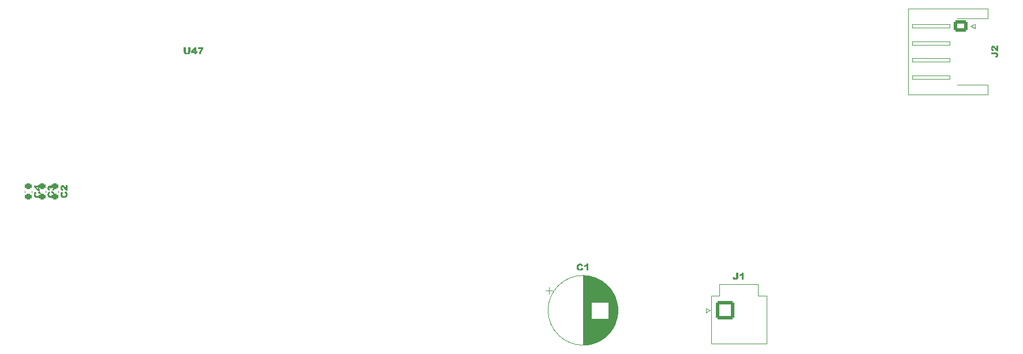
<source format=gbr>
%TF.GenerationSoftware,KiCad,Pcbnew,8.0.3*%
%TF.CreationDate,2024-10-15T17:05:12+09:00*%
%TF.ProjectId,Line-20240325,4c696e65-2d32-4303-9234-303332352e6b,rev?*%
%TF.SameCoordinates,Original*%
%TF.FileFunction,Legend,Top*%
%TF.FilePolarity,Positive*%
%FSLAX46Y46*%
G04 Gerber Fmt 4.6, Leading zero omitted, Abs format (unit mm)*
G04 Created by KiCad (PCBNEW 8.0.3) date 2024-10-15 17:05:12*
%MOMM*%
%LPD*%
G01*
G04 APERTURE LIST*
G04 Aperture macros list*
%AMRoundRect*
0 Rectangle with rounded corners*
0 $1 Rounding radius*
0 $2 $3 $4 $5 $6 $7 $8 $9 X,Y pos of 4 corners*
0 Add a 4 corners polygon primitive as box body*
4,1,4,$2,$3,$4,$5,$6,$7,$8,$9,$2,$3,0*
0 Add four circle primitives for the rounded corners*
1,1,$1+$1,$2,$3*
1,1,$1+$1,$4,$5*
1,1,$1+$1,$6,$7*
1,1,$1+$1,$8,$9*
0 Add four rect primitives between the rounded corners*
20,1,$1+$1,$2,$3,$4,$5,0*
20,1,$1+$1,$4,$5,$6,$7,0*
20,1,$1+$1,$6,$7,$8,$9,0*
20,1,$1+$1,$8,$9,$2,$3,0*%
%AMHorizOval*
0 Thick line with rounded ends*
0 $1 width*
0 $2 $3 position (X,Y) of the first rounded end (center of the circle)*
0 $4 $5 position (X,Y) of the second rounded end (center of the circle)*
0 Add line between two ends*
20,1,$1,$2,$3,$4,$5,0*
0 Add two circle primitives to create the rounded ends*
1,1,$1,$2,$3*
1,1,$1,$4,$5*%
%AMRotRect*
0 Rectangle, with rotation*
0 The origin of the aperture is its center*
0 $1 length*
0 $2 width*
0 $3 Rotation angle, in degrees counterclockwise*
0 Add horizontal line*
21,1,$1,$2,0,0,$3*%
G04 Aperture macros list end*
%ADD10C,0.150000*%
%ADD11C,0.100000*%
%ADD12C,0.120000*%
%ADD13R,2.000000X2.000000*%
%ADD14C,2.000000*%
%ADD15RoundRect,0.250001X-1.099999X-1.099999X1.099999X-1.099999X1.099999X1.099999X-1.099999X1.099999X0*%
%ADD16C,2.700000*%
%ADD17RoundRect,0.225000X-0.250000X0.225000X-0.250000X-0.225000X0.250000X-0.225000X0.250000X0.225000X0*%
%ADD18RoundRect,0.250000X-0.725000X0.600000X-0.725000X-0.600000X0.725000X-0.600000X0.725000X0.600000X0*%
%ADD19O,1.950000X1.700000*%
%ADD20C,1.800000*%
%ADD21O,1.800000X1.800000*%
%ADD22R,1.800000X1.800000*%
%ADD23RotRect,1.800000X1.800000X135.000000*%
%ADD24RotRect,1.400000X1.400000X186.923077*%
%ADD25C,1.400000*%
%ADD26RotRect,1.400000X1.400000X112.500000*%
%ADD27RotRect,1.400000X1.400000X34.615384*%
%ADD28RotRect,1.400000X1.400000X103.846154*%
%ADD29RotRect,1.400000X1.400000X173.076923*%
%ADD30RotRect,1.600000X1.600000X159.230769*%
%ADD31HorizOval,1.600000X0.000000X0.000000X0.000000X0.000000X0*%
%ADD32RotRect,1.800000X1.800000X76.153845*%
%ADD33RotRect,1.800000X1.800000X339.230768*%
%ADD34RotRect,1.800000X1.800000X325.384615*%
%ADD35RotRect,1.400000X1.400000X277.500000*%
%ADD36RotRect,1.800000X1.800000X195.000000*%
%ADD37RotRect,1.400000X1.400000X345.000000*%
%ADD38RotRect,1.800000X1.800000X285.000000*%
%ADD39RotRect,1.400000X1.400000X187.500000*%
%ADD40R,1.600000X1.600000*%
%ADD41O,1.600000X1.600000*%
%ADD42RotRect,1.400000X1.400000X325.384615*%
%ADD43RotRect,1.400000X1.400000X159.230769*%
%ADD44RotRect,1.400000X1.400000X195.000000*%
%ADD45RotRect,1.400000X1.400000X353.076922*%
%ADD46RotRect,1.800000X1.800000X186.923077*%
%ADD47RotRect,1.400000X1.400000X339.230768*%
%ADD48RotRect,1.800000X1.800000X67.500000*%
%ADD49RotRect,1.800000X1.800000X352.500000*%
%ADD50RotRect,1.800000X1.800000X297.692307*%
%ADD51RotRect,1.400000X1.400000X62.307691*%
%ADD52RotRect,1.800000X1.800000X311.538461*%
%ADD53RotRect,1.800000X1.800000X200.769230*%
%ADD54RotRect,1.800000X1.800000X112.500000*%
%ADD55R,1.400000X1.400000*%
%ADD56RotRect,1.400000X1.400000X172.500000*%
%ADD57RotRect,1.800000X1.800000X173.076923*%
%ADD58RotRect,1.400000X1.400000X256.153846*%
%ADD59RotRect,1.800000X1.800000X159.230769*%
%ADD60RotRect,1.800000X1.800000X20.769230*%
%ADD61RotRect,1.400000X1.400000X311.538461*%
%ADD62RotRect,1.400000X1.400000X228.461538*%
%ADD63RotRect,1.400000X1.400000X67.500000*%
%ADD64RotRect,1.800000X1.800000X7.500000*%
%ADD65RotRect,1.800000X1.800000X15.000000*%
%ADD66RotRect,1.800000X1.800000X45.000000*%
%ADD67RotRect,1.400000X1.400000X76.153845*%
%ADD68RotRect,1.400000X1.400000X283.846153*%
%ADD69RotRect,1.400000X1.400000X165.000000*%
%ADD70C,1.500000*%
%ADD71RotRect,1.400000X1.400000X131.538461*%
%ADD72RotRect,1.800000X1.800000X262.500000*%
%ADD73RotRect,1.800000X1.800000X48.461537*%
%ADD74RotRect,1.400000X1.400000X20.769230*%
%ADD75RotRect,1.800000X1.800000X145.384615*%
%ADD76RotRect,1.600000X1.600000X256.153846*%
%ADD77HorizOval,1.600000X0.000000X0.000000X0.000000X0.000000X0*%
%ADD78RotRect,1.400000X1.400000X6.923076*%
%ADD79RotRect,1.800000X1.800000X172.500000*%
%ADD80RotRect,1.400000X1.400000X297.692307*%
%ADD81RotRect,1.400000X1.400000X255.000000*%
%ADD82RotRect,1.800000X1.800000X255.000000*%
%ADD83RotRect,1.400000X1.400000X117.692308*%
%ADD84RotRect,1.600000X1.600000X339.230769*%
%ADD85HorizOval,1.600000X0.000000X0.000000X0.000000X0.000000X0*%
%ADD86RotRect,1.800000X1.800000X283.846153*%
%ADD87RotRect,1.800000X1.800000X214.615384*%
%ADD88RotRect,1.800000X1.800000X242.307692*%
%ADD89RotRect,1.600000X1.600000X20.769231*%
%ADD90HorizOval,1.600000X0.000000X0.000000X0.000000X0.000000X0*%
%ADD91RotRect,1.400000X1.400000X214.615384*%
%ADD92RotRect,1.400000X1.400000X269.999999*%
%ADD93RotRect,1.400000X1.400000X135.000000*%
%ADD94RotRect,1.800000X1.800000X62.307691*%
%ADD95RotRect,1.400000X1.400000X15.000000*%
%ADD96RotRect,1.800000X1.800000X103.846154*%
%ADD97RotRect,1.400000X1.400000X7.500000*%
%ADD98RotRect,1.400000X1.400000X48.461537*%
%ADD99RotRect,1.400000X1.400000X45.000000*%
%ADD100RotRect,1.800000X1.800000X187.500000*%
%ADD101RotRect,1.400000X1.400000X285.000000*%
%ADD102RotRect,1.400000X1.400000X145.384615*%
%ADD103RotRect,1.600000X1.600000X283.846154*%
%ADD104HorizOval,1.600000X0.000000X0.000000X0.000000X0.000000X0*%
%ADD105RotRect,1.800000X1.800000X228.461538*%
%ADD106RotRect,1.800000X1.800000X269.999999*%
%ADD107RotRect,1.800000X1.800000X6.923076*%
%ADD108RotRect,1.800000X1.800000X34.615384*%
%ADD109RotRect,1.600000X1.600000X200.769231*%
%ADD110HorizOval,1.600000X0.000000X0.000000X0.000000X0.000000X0*%
%ADD111RotRect,1.400000X1.400000X352.500000*%
%ADD112RotRect,1.800000X1.800000X256.153846*%
%ADD113RotRect,1.800000X1.800000X353.076922*%
%ADD114RotRect,1.400000X1.400000X200.769230*%
%ADD115RotRect,1.400000X1.400000X262.500000*%
%ADD116RotRect,1.800000X1.800000X277.500000*%
%ADD117RotRect,1.800000X1.800000X117.692308*%
%ADD118RotRect,1.800000X1.800000X131.538461*%
%ADD119RotRect,1.800000X1.800000X165.000000*%
%ADD120RotRect,1.400000X1.400000X242.307692*%
%ADD121RotRect,1.800000X1.800000X345.000000*%
G04 APERTURE END LIST*
D10*
G36*
X-11604835Y-31758579D02*
G01*
X-11332260Y-31837470D01*
X-11345748Y-31885370D01*
X-11364883Y-31935733D01*
X-11387986Y-31981426D01*
X-11415059Y-32022447D01*
X-11418722Y-32027247D01*
X-11454230Y-32067037D01*
X-11494259Y-32100954D01*
X-11538809Y-32128998D01*
X-11565512Y-32142041D01*
X-11612224Y-32158924D01*
X-11664919Y-32170983D01*
X-11715936Y-32177578D01*
X-11771535Y-32180480D01*
X-11788262Y-32180631D01*
X-11838086Y-32179480D01*
X-11894002Y-32175061D01*
X-11945694Y-32167327D01*
X-12000661Y-32154115D01*
X-12049879Y-32136392D01*
X-12056440Y-32133492D01*
X-12100605Y-32109338D01*
X-12142059Y-32078334D01*
X-12180801Y-32040482D01*
X-12211850Y-32002586D01*
X-12236203Y-31967163D01*
X-12261852Y-31920131D01*
X-12282193Y-31868428D01*
X-12297229Y-31812053D01*
X-12305704Y-31761507D01*
X-12310495Y-31707716D01*
X-12311674Y-31662348D01*
X-12309598Y-31602283D01*
X-12303370Y-31545798D01*
X-12292990Y-31492893D01*
X-12278457Y-31443567D01*
X-12259773Y-31397821D01*
X-12230578Y-31345673D01*
X-12194896Y-31299118D01*
X-12178806Y-31282062D01*
X-12134590Y-31243714D01*
X-12084982Y-31211866D01*
X-12029985Y-31186517D01*
X-11982106Y-31170918D01*
X-11930777Y-31159479D01*
X-11875997Y-31152199D01*
X-11817768Y-31149079D01*
X-11802672Y-31148949D01*
X-11745206Y-31150834D01*
X-11691723Y-31156486D01*
X-11642223Y-31165908D01*
X-11588081Y-31182188D01*
X-11539676Y-31203895D01*
X-11503719Y-31226130D01*
X-11464836Y-31257984D01*
X-11429885Y-31295659D01*
X-11398867Y-31339156D01*
X-11371782Y-31388475D01*
X-11352215Y-31434021D01*
X-11341786Y-31463290D01*
X-11616559Y-31524106D01*
X-11634188Y-31478480D01*
X-11646845Y-31457184D01*
X-11682012Y-31420897D01*
X-11710837Y-31402718D01*
X-11758689Y-31386607D01*
X-11795101Y-31383422D01*
X-11844896Y-31388628D01*
X-11893543Y-31406928D01*
X-11934386Y-31438405D01*
X-11957278Y-31466709D01*
X-11979689Y-31512223D01*
X-11992762Y-31564973D01*
X-11998282Y-31613721D01*
X-11999776Y-31660882D01*
X-11997990Y-31718633D01*
X-11992632Y-31769154D01*
X-11981866Y-31818958D01*
X-11960880Y-31868531D01*
X-11948974Y-31885341D01*
X-11909169Y-31919966D01*
X-11859610Y-31940219D01*
X-11806092Y-31946158D01*
X-11754490Y-31941483D01*
X-11707592Y-31925541D01*
X-11671025Y-31898286D01*
X-11640308Y-31856086D01*
X-11620115Y-31811578D01*
X-11606142Y-31764261D01*
X-11604835Y-31758579D01*
G37*
G36*
X-10598311Y-31148949D02*
G01*
X-10598311Y-32165000D01*
X-10881388Y-32165000D01*
X-10881388Y-31499682D01*
X-10923854Y-31530980D01*
X-10965461Y-31558319D01*
X-11010237Y-31583819D01*
X-11014256Y-31585900D01*
X-11062257Y-31608251D01*
X-11112556Y-31628019D01*
X-11163249Y-31645362D01*
X-11175212Y-31649159D01*
X-11175212Y-31414685D01*
X-11123881Y-31397097D01*
X-11077050Y-31378221D01*
X-11028099Y-31354570D01*
X-10985273Y-31329167D01*
X-10953440Y-31305997D01*
X-10916132Y-31272277D01*
X-10883098Y-31234862D01*
X-10854338Y-31193753D01*
X-10829853Y-31148949D01*
X-10598311Y-31148949D01*
G37*
G36*
X11089184Y-32514581D02*
G01*
X11400838Y-32514581D01*
X11400838Y-33057288D01*
X11400092Y-33108725D01*
X11397230Y-33165191D01*
X11392221Y-33215921D01*
X11383664Y-33267856D01*
X11370307Y-33317651D01*
X11348227Y-33365653D01*
X11316331Y-33409365D01*
X11279741Y-33444620D01*
X11247209Y-33468838D01*
X11204328Y-33492915D01*
X11156468Y-33511079D01*
X11103629Y-33523329D01*
X11054376Y-33529122D01*
X11010538Y-33530631D01*
X10955798Y-33529206D01*
X10905883Y-33524929D01*
X10853749Y-33516338D01*
X10802210Y-33501767D01*
X10774355Y-33490087D01*
X10730245Y-33464325D01*
X10692163Y-33432651D01*
X10660109Y-33395065D01*
X10644906Y-33371629D01*
X10622171Y-33324748D01*
X10606925Y-33278178D01*
X10596350Y-33226997D01*
X10590928Y-33178433D01*
X10888416Y-33139842D01*
X10891021Y-33189143D01*
X10900140Y-33234120D01*
X10927997Y-33276154D01*
X10937265Y-33283702D01*
X10986021Y-33296146D01*
X10988067Y-33296158D01*
X11035744Y-33285336D01*
X11064759Y-33257812D01*
X11082291Y-33210270D01*
X11088325Y-33160672D01*
X11089184Y-33128363D01*
X11089184Y-32514581D01*
G37*
G36*
X12191696Y-32498949D02*
G01*
X12191696Y-33515000D01*
X11908618Y-33515000D01*
X11908618Y-32849682D01*
X11866153Y-32880980D01*
X11824545Y-32908319D01*
X11779769Y-32933819D01*
X11775750Y-32935900D01*
X11727750Y-32958251D01*
X11677451Y-32978019D01*
X11626757Y-32995362D01*
X11614794Y-32999159D01*
X11614794Y-32764685D01*
X11666125Y-32747097D01*
X11712957Y-32728221D01*
X11761907Y-32704570D01*
X11804733Y-32679167D01*
X11836567Y-32655997D01*
X11873875Y-32622277D01*
X11906909Y-32584862D01*
X11935668Y-32543753D01*
X11960154Y-32498949D01*
X12191696Y-32498949D01*
G37*
G36*
X-89281421Y-20799396D02*
G01*
X-89202530Y-20526821D01*
X-89154630Y-20540309D01*
X-89104267Y-20559444D01*
X-89058574Y-20582547D01*
X-89017553Y-20609620D01*
X-89012753Y-20613283D01*
X-88972963Y-20648791D01*
X-88939046Y-20688820D01*
X-88911002Y-20733370D01*
X-88897959Y-20760073D01*
X-88881076Y-20806785D01*
X-88869017Y-20859480D01*
X-88862422Y-20910497D01*
X-88859520Y-20966096D01*
X-88859369Y-20982823D01*
X-88860520Y-21032647D01*
X-88864939Y-21088563D01*
X-88872673Y-21140255D01*
X-88885885Y-21195222D01*
X-88903608Y-21244440D01*
X-88906508Y-21251001D01*
X-88930662Y-21295166D01*
X-88961666Y-21336620D01*
X-88999518Y-21375362D01*
X-89037414Y-21406411D01*
X-89072837Y-21430764D01*
X-89119869Y-21456413D01*
X-89171572Y-21476754D01*
X-89227947Y-21491790D01*
X-89278493Y-21500265D01*
X-89332284Y-21505056D01*
X-89377652Y-21506235D01*
X-89437717Y-21504159D01*
X-89494202Y-21497931D01*
X-89547107Y-21487551D01*
X-89596433Y-21473018D01*
X-89642179Y-21454334D01*
X-89694327Y-21425139D01*
X-89740882Y-21389457D01*
X-89757938Y-21373367D01*
X-89796286Y-21329151D01*
X-89828134Y-21279543D01*
X-89853483Y-21224546D01*
X-89869082Y-21176667D01*
X-89880521Y-21125338D01*
X-89887801Y-21070558D01*
X-89890921Y-21012329D01*
X-89891051Y-20997233D01*
X-89889166Y-20939767D01*
X-89883514Y-20886284D01*
X-89874092Y-20836784D01*
X-89857812Y-20782642D01*
X-89836105Y-20734237D01*
X-89813870Y-20698280D01*
X-89782016Y-20659397D01*
X-89744341Y-20624446D01*
X-89700844Y-20593428D01*
X-89651525Y-20566343D01*
X-89605979Y-20546776D01*
X-89576710Y-20536347D01*
X-89515894Y-20811120D01*
X-89561520Y-20828749D01*
X-89582816Y-20841406D01*
X-89619103Y-20876573D01*
X-89637282Y-20905398D01*
X-89653393Y-20953250D01*
X-89656578Y-20989662D01*
X-89651372Y-21039457D01*
X-89633072Y-21088104D01*
X-89601595Y-21128947D01*
X-89573291Y-21151839D01*
X-89527777Y-21174250D01*
X-89475027Y-21187323D01*
X-89426279Y-21192843D01*
X-89379118Y-21194337D01*
X-89321367Y-21192551D01*
X-89270846Y-21187193D01*
X-89221042Y-21176427D01*
X-89171469Y-21155441D01*
X-89154659Y-21143535D01*
X-89120034Y-21103730D01*
X-89099781Y-21054171D01*
X-89093842Y-21000653D01*
X-89098517Y-20949051D01*
X-89114459Y-20902153D01*
X-89141714Y-20865586D01*
X-89183914Y-20834869D01*
X-89228422Y-20814676D01*
X-89275739Y-20800703D01*
X-89281421Y-20799396D01*
G37*
G36*
X-89578420Y-20155572D02*
G01*
X-89622384Y-20420087D01*
X-89669055Y-20405584D01*
X-89718079Y-20383260D01*
X-89761259Y-20355115D01*
X-89798595Y-20321150D01*
X-89821686Y-20293325D01*
X-89848714Y-20248564D01*
X-89869103Y-20196347D01*
X-89881296Y-20145654D01*
X-89888612Y-20089483D01*
X-89890983Y-20038489D01*
X-89891051Y-20027833D01*
X-89889310Y-19968833D01*
X-89884086Y-19915176D01*
X-89875380Y-19866862D01*
X-89860336Y-19815937D01*
X-89836447Y-19766249D01*
X-89819732Y-19742558D01*
X-89781889Y-19704089D01*
X-89739437Y-19676612D01*
X-89692374Y-19660126D01*
X-89640702Y-19654630D01*
X-89591437Y-19660556D01*
X-89542711Y-19680191D01*
X-89526396Y-19690534D01*
X-89486818Y-19725513D01*
X-89456604Y-19764494D01*
X-89436515Y-19798245D01*
X-89421756Y-19749584D01*
X-89402565Y-19709096D01*
X-89371423Y-19669539D01*
X-89332708Y-19638491D01*
X-89320255Y-19631183D01*
X-89272016Y-19612149D01*
X-89220442Y-19604019D01*
X-89198867Y-19603339D01*
X-89149555Y-19606991D01*
X-89101365Y-19617945D01*
X-89054295Y-19636202D01*
X-89028629Y-19649501D01*
X-88985835Y-19678537D01*
X-88948954Y-19713987D01*
X-88917984Y-19755851D01*
X-88903333Y-19781881D01*
X-88884099Y-19828516D01*
X-88870360Y-19881959D01*
X-88862847Y-19934307D01*
X-88859755Y-19983325D01*
X-88859369Y-20009271D01*
X-88860494Y-20058710D01*
X-88864650Y-20111245D01*
X-88873148Y-20164501D01*
X-88887490Y-20215766D01*
X-88891365Y-20225914D01*
X-88914401Y-20272783D01*
X-88943209Y-20314166D01*
X-88977790Y-20350063D01*
X-88985398Y-20356584D01*
X-89027249Y-20386175D01*
X-89075253Y-20411138D01*
X-89123718Y-20429649D01*
X-89140981Y-20434986D01*
X-89172000Y-20155572D01*
X-89125140Y-20140723D01*
X-89083662Y-20114917D01*
X-89074058Y-20104526D01*
X-89052137Y-20059360D01*
X-89046947Y-20016110D01*
X-89055480Y-19967577D01*
X-89083393Y-19924919D01*
X-89085782Y-19922565D01*
X-89128054Y-19895567D01*
X-89177675Y-19885282D01*
X-89189585Y-19884951D01*
X-89238406Y-19890917D01*
X-89282417Y-19912627D01*
X-89291923Y-19921099D01*
X-89319217Y-19963475D01*
X-89328280Y-20014959D01*
X-89328315Y-20018796D01*
X-89322209Y-20069648D01*
X-89312684Y-20109410D01*
X-89518825Y-20095000D01*
X-89515894Y-20058608D01*
X-89523404Y-20008233D01*
X-89545936Y-19967017D01*
X-89585485Y-19936223D01*
X-89617010Y-19930136D01*
X-89665336Y-19944394D01*
X-89679781Y-19957736D01*
X-89700673Y-20002580D01*
X-89703472Y-20033207D01*
X-89694662Y-20083112D01*
X-89675629Y-20113807D01*
X-89634448Y-20140921D01*
X-89586957Y-20154121D01*
X-89578420Y-20155572D01*
G37*
G36*
X-87381420Y-20799396D02*
G01*
X-87302529Y-20526821D01*
X-87254629Y-20540309D01*
X-87204266Y-20559444D01*
X-87158573Y-20582547D01*
X-87117552Y-20609620D01*
X-87112752Y-20613283D01*
X-87072962Y-20648791D01*
X-87039045Y-20688820D01*
X-87011001Y-20733370D01*
X-86997958Y-20760073D01*
X-86981075Y-20806785D01*
X-86969016Y-20859480D01*
X-86962421Y-20910497D01*
X-86959519Y-20966096D01*
X-86959368Y-20982823D01*
X-86960519Y-21032647D01*
X-86964938Y-21088563D01*
X-86972672Y-21140255D01*
X-86985884Y-21195222D01*
X-87003607Y-21244440D01*
X-87006507Y-21251001D01*
X-87030661Y-21295166D01*
X-87061665Y-21336620D01*
X-87099517Y-21375362D01*
X-87137413Y-21406411D01*
X-87172836Y-21430764D01*
X-87219868Y-21456413D01*
X-87271571Y-21476754D01*
X-87327946Y-21491790D01*
X-87378492Y-21500265D01*
X-87432283Y-21505056D01*
X-87477651Y-21506235D01*
X-87537716Y-21504159D01*
X-87594201Y-21497931D01*
X-87647106Y-21487551D01*
X-87696432Y-21473018D01*
X-87742178Y-21454334D01*
X-87794326Y-21425139D01*
X-87840881Y-21389457D01*
X-87857937Y-21373367D01*
X-87896285Y-21329151D01*
X-87928133Y-21279543D01*
X-87953482Y-21224546D01*
X-87969081Y-21176667D01*
X-87980520Y-21125338D01*
X-87987800Y-21070558D01*
X-87990920Y-21012329D01*
X-87991050Y-20997233D01*
X-87989165Y-20939767D01*
X-87983513Y-20886284D01*
X-87974091Y-20836784D01*
X-87957811Y-20782642D01*
X-87936104Y-20734237D01*
X-87913869Y-20698280D01*
X-87882015Y-20659397D01*
X-87844340Y-20624446D01*
X-87800843Y-20593428D01*
X-87751524Y-20566343D01*
X-87705978Y-20546776D01*
X-87676709Y-20536347D01*
X-87615893Y-20811120D01*
X-87661519Y-20828749D01*
X-87682815Y-20841406D01*
X-87719102Y-20876573D01*
X-87737281Y-20905398D01*
X-87753392Y-20953250D01*
X-87756577Y-20989662D01*
X-87751371Y-21039457D01*
X-87733071Y-21088104D01*
X-87701594Y-21128947D01*
X-87673290Y-21151839D01*
X-87627776Y-21174250D01*
X-87575026Y-21187323D01*
X-87526278Y-21192843D01*
X-87479117Y-21194337D01*
X-87421366Y-21192551D01*
X-87370845Y-21187193D01*
X-87321041Y-21176427D01*
X-87271468Y-21155441D01*
X-87254658Y-21143535D01*
X-87220033Y-21103730D01*
X-87199780Y-21054171D01*
X-87193841Y-21000653D01*
X-87198516Y-20949051D01*
X-87214458Y-20902153D01*
X-87241713Y-20865586D01*
X-87283913Y-20834869D01*
X-87328421Y-20814676D01*
X-87375738Y-20800703D01*
X-87381420Y-20799396D01*
G37*
G36*
X-86975000Y-19607980D02*
G01*
X-86975000Y-20447442D01*
X-87029318Y-20438333D01*
X-87082210Y-20423614D01*
X-87133676Y-20403284D01*
X-87183716Y-20377345D01*
X-87211671Y-20360004D01*
X-87254590Y-20328027D01*
X-87292258Y-20294505D01*
X-87331655Y-20254735D01*
X-87364418Y-20218419D01*
X-87398288Y-20178104D01*
X-87433264Y-20133789D01*
X-87469347Y-20085475D01*
X-87501524Y-20042438D01*
X-87535201Y-20000130D01*
X-87568593Y-19962196D01*
X-87605635Y-19928182D01*
X-87648296Y-19903463D01*
X-87694050Y-19893744D01*
X-87743262Y-19905713D01*
X-87771475Y-19927694D01*
X-87797347Y-19971451D01*
X-87803471Y-20013179D01*
X-87794801Y-20061966D01*
X-87768789Y-20100862D01*
X-87724911Y-20127806D01*
X-87673116Y-20142329D01*
X-87647156Y-20146535D01*
X-87670359Y-20426926D01*
X-87719481Y-20418351D01*
X-87769524Y-20405345D01*
X-87818049Y-20386626D01*
X-87854274Y-20366354D01*
X-87892613Y-20335370D01*
X-87924894Y-20297374D01*
X-87951117Y-20252366D01*
X-87955635Y-20242523D01*
X-87972754Y-20192591D01*
X-87983268Y-20140033D01*
X-87988836Y-20087734D01*
X-87990911Y-20038217D01*
X-87991050Y-20020750D01*
X-87989882Y-19967730D01*
X-87985568Y-19911691D01*
X-87978074Y-19861916D01*
X-87965618Y-19812701D01*
X-87957833Y-19791162D01*
X-87933766Y-19743177D01*
X-87902783Y-19702109D01*
X-87864882Y-19667958D01*
X-87856472Y-19661957D01*
X-87812108Y-19637099D01*
X-87764499Y-19621447D01*
X-87713647Y-19615003D01*
X-87703087Y-19614819D01*
X-87653010Y-19619088D01*
X-87604169Y-19631897D01*
X-87556565Y-19653246D01*
X-87530652Y-19668796D01*
X-87488490Y-19701296D01*
X-87449945Y-19738774D01*
X-87415678Y-19777614D01*
X-87380278Y-19822654D01*
X-87349912Y-19864923D01*
X-87320351Y-19908035D01*
X-87291618Y-19948710D01*
X-87269556Y-19978008D01*
X-87237299Y-20015269D01*
X-87209473Y-20044930D01*
X-87209473Y-19607980D01*
X-86975000Y-19607980D01*
G37*
G36*
X48514581Y-410815D02*
G01*
X48514581Y-99161D01*
X49057288Y-99161D01*
X49108725Y-99907D01*
X49165191Y-102769D01*
X49215921Y-107778D01*
X49267856Y-116335D01*
X49317651Y-129692D01*
X49365653Y-151772D01*
X49409365Y-183668D01*
X49444620Y-220258D01*
X49468838Y-252790D01*
X49492915Y-295671D01*
X49511079Y-343531D01*
X49523329Y-396370D01*
X49529122Y-445623D01*
X49530631Y-489461D01*
X49529206Y-544201D01*
X49524929Y-594116D01*
X49516338Y-646250D01*
X49501767Y-697789D01*
X49490087Y-725644D01*
X49464325Y-769754D01*
X49432651Y-807836D01*
X49395065Y-839890D01*
X49371629Y-855093D01*
X49324748Y-877828D01*
X49278178Y-893074D01*
X49226997Y-903649D01*
X49178433Y-909071D01*
X49139842Y-611583D01*
X49189143Y-608978D01*
X49234120Y-599859D01*
X49276154Y-572002D01*
X49283702Y-562734D01*
X49296146Y-513978D01*
X49296158Y-511932D01*
X49285336Y-464255D01*
X49257812Y-435240D01*
X49210270Y-417708D01*
X49160672Y-411674D01*
X49128363Y-410815D01*
X48514581Y-410815D01*
G37*
G36*
X49515000Y876588D02*
G01*
X49515000Y37125D01*
X49460681Y46235D01*
X49407789Y60954D01*
X49356323Y81283D01*
X49306283Y107223D01*
X49278328Y124564D01*
X49235409Y156541D01*
X49197741Y190062D01*
X49158344Y229833D01*
X49125581Y266149D01*
X49091711Y306464D01*
X49056735Y350779D01*
X49020652Y399093D01*
X48988475Y442129D01*
X48954798Y484438D01*
X48921406Y522372D01*
X48884364Y556385D01*
X48841703Y581104D01*
X48795949Y590824D01*
X48746737Y578855D01*
X48718524Y556874D01*
X48692652Y513116D01*
X48686528Y471389D01*
X48695198Y422601D01*
X48721210Y383706D01*
X48765088Y356761D01*
X48816883Y342239D01*
X48842843Y338032D01*
X48819640Y57641D01*
X48770518Y66217D01*
X48720475Y79223D01*
X48671950Y97942D01*
X48635725Y118214D01*
X48597386Y149197D01*
X48565105Y187193D01*
X48538882Y232202D01*
X48534364Y242045D01*
X48517245Y291976D01*
X48506731Y344534D01*
X48501163Y396834D01*
X48499088Y446350D01*
X48498949Y463817D01*
X48500117Y516837D01*
X48504431Y572877D01*
X48511925Y622652D01*
X48524381Y671866D01*
X48532166Y693406D01*
X48556233Y741391D01*
X48587216Y782459D01*
X48625117Y816610D01*
X48633527Y822610D01*
X48677891Y847468D01*
X48725500Y863120D01*
X48776352Y869565D01*
X48786912Y869749D01*
X48836989Y865479D01*
X48885830Y852670D01*
X48933434Y831321D01*
X48959347Y815771D01*
X49001509Y783272D01*
X49040054Y745794D01*
X49074321Y706953D01*
X49109721Y661913D01*
X49140087Y619644D01*
X49169648Y576533D01*
X49198381Y535858D01*
X49220443Y506560D01*
X49252700Y469299D01*
X49280526Y439637D01*
X49280526Y876588D01*
X49515000Y876588D01*
G37*
G36*
X-91281420Y-20799395D02*
G01*
X-91202529Y-20526820D01*
X-91154629Y-20540308D01*
X-91104266Y-20559443D01*
X-91058573Y-20582546D01*
X-91017552Y-20609619D01*
X-91012752Y-20613282D01*
X-90972962Y-20648790D01*
X-90939045Y-20688819D01*
X-90911001Y-20733369D01*
X-90897958Y-20760072D01*
X-90881075Y-20806784D01*
X-90869016Y-20859479D01*
X-90862421Y-20910496D01*
X-90859519Y-20966095D01*
X-90859368Y-20982822D01*
X-90860519Y-21032646D01*
X-90864938Y-21088562D01*
X-90872672Y-21140254D01*
X-90885884Y-21195221D01*
X-90903607Y-21244439D01*
X-90906507Y-21251000D01*
X-90930661Y-21295165D01*
X-90961665Y-21336619D01*
X-90999517Y-21375361D01*
X-91037413Y-21406410D01*
X-91072836Y-21430763D01*
X-91119868Y-21456412D01*
X-91171571Y-21476753D01*
X-91227946Y-21491789D01*
X-91278492Y-21500264D01*
X-91332283Y-21505055D01*
X-91377651Y-21506234D01*
X-91437716Y-21504158D01*
X-91494201Y-21497930D01*
X-91547106Y-21487550D01*
X-91596432Y-21473017D01*
X-91642178Y-21454333D01*
X-91694326Y-21425138D01*
X-91740881Y-21389456D01*
X-91757937Y-21373366D01*
X-91796285Y-21329150D01*
X-91828133Y-21279542D01*
X-91853482Y-21224545D01*
X-91869081Y-21176666D01*
X-91880520Y-21125337D01*
X-91887800Y-21070557D01*
X-91890920Y-21012328D01*
X-91891050Y-20997232D01*
X-91889165Y-20939766D01*
X-91883513Y-20886283D01*
X-91874091Y-20836783D01*
X-91857811Y-20782641D01*
X-91836104Y-20734236D01*
X-91813869Y-20698279D01*
X-91782015Y-20659396D01*
X-91744340Y-20624445D01*
X-91700843Y-20593427D01*
X-91651524Y-20566342D01*
X-91605978Y-20546775D01*
X-91576709Y-20536346D01*
X-91515893Y-20811119D01*
X-91561519Y-20828748D01*
X-91582815Y-20841405D01*
X-91619102Y-20876572D01*
X-91637281Y-20905397D01*
X-91653392Y-20953249D01*
X-91656577Y-20989661D01*
X-91651371Y-21039456D01*
X-91633071Y-21088103D01*
X-91601594Y-21128946D01*
X-91573290Y-21151838D01*
X-91527776Y-21174249D01*
X-91475026Y-21187322D01*
X-91426278Y-21192842D01*
X-91379117Y-21194336D01*
X-91321366Y-21192550D01*
X-91270845Y-21187192D01*
X-91221041Y-21176426D01*
X-91171468Y-21155440D01*
X-91154658Y-21143534D01*
X-91120033Y-21103729D01*
X-91099780Y-21054170D01*
X-91093841Y-21000652D01*
X-91098516Y-20949050D01*
X-91114458Y-20902152D01*
X-91141713Y-20865585D01*
X-91183913Y-20834868D01*
X-91228421Y-20814675D01*
X-91275738Y-20800702D01*
X-91281420Y-20799395D01*
G37*
G36*
X-91046946Y-19702257D02*
G01*
X-90875000Y-19702257D01*
X-90875000Y-19946011D01*
X-91046946Y-19946011D01*
X-91046946Y-20455746D01*
X-91279221Y-20455746D01*
X-91891050Y-19946011D01*
X-91596737Y-19946011D01*
X-91281420Y-20215167D01*
X-91281420Y-19946011D01*
X-91596737Y-19946011D01*
X-91891050Y-19946011D01*
X-91891050Y-19702257D01*
X-91281420Y-19702257D01*
X-91281420Y-19575739D01*
X-91046946Y-19575739D01*
X-91046946Y-19702257D01*
G37*
D11*
G36*
X-69258476Y585893D02*
G01*
X-68948044Y585893D01*
X-68948044Y-9326D01*
X-68950246Y-58287D01*
X-68957860Y-110875D01*
X-68970912Y-161556D01*
X-68975887Y-176388D01*
X-68996367Y-223633D01*
X-69023000Y-267063D01*
X-69055786Y-306676D01*
X-69063082Y-314141D01*
X-69100749Y-347495D01*
X-69143505Y-376251D01*
X-69187646Y-396695D01*
X-69235334Y-411334D01*
X-69287541Y-421791D01*
X-69336929Y-427509D01*
X-69389776Y-430025D01*
X-69405511Y-430156D01*
X-69457641Y-428944D01*
X-69507787Y-425738D01*
X-69560557Y-420529D01*
X-69565978Y-419898D01*
X-69617403Y-411531D01*
X-69667578Y-397809D01*
X-69711058Y-379354D01*
X-69753465Y-353067D01*
X-69793124Y-319636D01*
X-69818037Y-293380D01*
X-69847677Y-254523D01*
X-69871782Y-211212D01*
X-69884227Y-178097D01*
X-69898158Y-126236D01*
X-69907531Y-77814D01*
X-69912597Y-28045D01*
X-69913047Y-9326D01*
X-69913047Y585893D01*
X-69602615Y585893D01*
X-69602615Y-22270D01*
X-69597218Y-74141D01*
X-69579020Y-121116D01*
X-69556941Y-149765D01*
X-69513987Y-179495D01*
X-69463961Y-193486D01*
X-69430179Y-195683D01*
X-69379033Y-190344D01*
X-69332585Y-172340D01*
X-69304150Y-150498D01*
X-69274578Y-107537D01*
X-69260662Y-56790D01*
X-69258476Y-22270D01*
X-69258476Y585893D01*
G37*
G36*
X-68069014Y-8104D02*
G01*
X-67942496Y-8104D01*
X-67942496Y-242578D01*
X-68069014Y-242578D01*
X-68069014Y-414525D01*
X-68312768Y-414525D01*
X-68312768Y-242578D01*
X-68822503Y-242578D01*
X-68822503Y-10303D01*
X-68820671Y-8104D01*
X-68581924Y-8104D01*
X-68312768Y-8104D01*
X-68312768Y307212D01*
X-68581924Y-8104D01*
X-68820671Y-8104D01*
X-68312768Y601525D01*
X-68069014Y601525D01*
X-68069014Y-8104D01*
G37*
G36*
X-67855790Y585893D02*
G01*
X-67039042Y585893D01*
X-67039042Y398559D01*
X-67077739Y362189D01*
X-67113963Y324702D01*
X-67147715Y286099D01*
X-67178993Y246380D01*
X-67207798Y205545D01*
X-67216851Y191685D01*
X-67242987Y148720D01*
X-67267359Y104240D01*
X-67289966Y58245D01*
X-67310808Y10736D01*
X-67329884Y-38287D01*
X-67347196Y-88826D01*
X-67353626Y-109465D01*
X-67367637Y-159482D01*
X-67379810Y-212814D01*
X-67390146Y-269460D01*
X-67397355Y-319198D01*
X-67403288Y-371236D01*
X-67407116Y-414525D01*
X-67686041Y-414525D01*
X-67677210Y-354517D01*
X-67667204Y-296983D01*
X-67656022Y-241921D01*
X-67643665Y-189333D01*
X-67630132Y-139217D01*
X-67615424Y-91574D01*
X-67595386Y-35499D01*
X-67582482Y-3708D01*
X-67558338Y48753D01*
X-67530175Y102336D01*
X-67504751Y146010D01*
X-67476754Y190401D01*
X-67446186Y235510D01*
X-67413045Y281336D01*
X-67377332Y327879D01*
X-67358511Y351420D01*
X-67855790Y351420D01*
X-67855790Y585893D01*
G37*
D12*
%TO.C,C1*%
X-16847323Y-35125000D02*
X-15847323Y-35125000D01*
X-16347323Y-34625000D02*
X-16347323Y-35625000D01*
X-11367677Y-32920000D02*
X-11367677Y-43080000D01*
X-11327677Y-32920000D02*
X-11327677Y-43080000D01*
X-11287677Y-32920000D02*
X-11287677Y-43080000D01*
X-11247677Y-32921000D02*
X-11247677Y-43079000D01*
X-11207677Y-32922000D02*
X-11207677Y-43078000D01*
X-11167677Y-32923000D02*
X-11167677Y-43077000D01*
X-11127677Y-32925000D02*
X-11127677Y-43075000D01*
X-11087677Y-32927000D02*
X-11087677Y-43073000D01*
X-11047677Y-32930000D02*
X-11047677Y-43070000D01*
X-11007677Y-32932000D02*
X-11007677Y-43068000D01*
X-10967677Y-32935000D02*
X-10967677Y-43065000D01*
X-10927677Y-32938000D02*
X-10927677Y-43062000D01*
X-10887677Y-32942000D02*
X-10887677Y-43058000D01*
X-10847677Y-32946000D02*
X-10847677Y-43054000D01*
X-10807677Y-32950000D02*
X-10807677Y-43050000D01*
X-10767677Y-32955000D02*
X-10767677Y-43045000D01*
X-10727677Y-32960000D02*
X-10727677Y-43040000D01*
X-10687677Y-32965000D02*
X-10687677Y-43035000D01*
X-10646677Y-32970000D02*
X-10646677Y-43030000D01*
X-10606677Y-32976000D02*
X-10606677Y-43024000D01*
X-10566677Y-32982000D02*
X-10566677Y-43018000D01*
X-10526677Y-32989000D02*
X-10526677Y-43011000D01*
X-10486677Y-32996000D02*
X-10486677Y-43004000D01*
X-10446677Y-33003000D02*
X-10446677Y-42997000D01*
X-10406677Y-33010000D02*
X-10406677Y-42990000D01*
X-10366677Y-33018000D02*
X-10366677Y-42982000D01*
X-10326677Y-33026000D02*
X-10326677Y-42974000D01*
X-10286677Y-33035000D02*
X-10286677Y-42965000D01*
X-10246677Y-33044000D02*
X-10246677Y-42956000D01*
X-10206677Y-33053000D02*
X-10206677Y-42947000D01*
X-10166677Y-33062000D02*
X-10166677Y-42938000D01*
X-10126677Y-33072000D02*
X-10126677Y-42928000D01*
X-10086677Y-33082000D02*
X-10086677Y-36759000D01*
X-10086677Y-39241000D02*
X-10086677Y-42918000D01*
X-10046677Y-33093000D02*
X-10046677Y-36759000D01*
X-10046677Y-39241000D02*
X-10046677Y-42907000D01*
X-10006677Y-33103000D02*
X-10006677Y-36759000D01*
X-10006677Y-39241000D02*
X-10006677Y-42897000D01*
X-9966677Y-33115000D02*
X-9966677Y-36759000D01*
X-9966677Y-39241000D02*
X-9966677Y-42885000D01*
X-9926677Y-33126000D02*
X-9926677Y-36759000D01*
X-9926677Y-39241000D02*
X-9926677Y-42874000D01*
X-9886677Y-33138000D02*
X-9886677Y-36759000D01*
X-9886677Y-39241000D02*
X-9886677Y-42862000D01*
X-9846677Y-33150000D02*
X-9846677Y-36759000D01*
X-9846677Y-39241000D02*
X-9846677Y-42850000D01*
X-9806677Y-33163000D02*
X-9806677Y-36759000D01*
X-9806677Y-39241000D02*
X-9806677Y-42837000D01*
X-9766677Y-33176000D02*
X-9766677Y-36759000D01*
X-9766677Y-39241000D02*
X-9766677Y-42824000D01*
X-9726677Y-33189000D02*
X-9726677Y-36759000D01*
X-9726677Y-39241000D02*
X-9726677Y-42811000D01*
X-9686677Y-33203000D02*
X-9686677Y-36759000D01*
X-9686677Y-39241000D02*
X-9686677Y-42797000D01*
X-9646677Y-33217000D02*
X-9646677Y-36759000D01*
X-9646677Y-39241000D02*
X-9646677Y-42783000D01*
X-9606677Y-33232000D02*
X-9606677Y-36759000D01*
X-9606677Y-39241000D02*
X-9606677Y-42768000D01*
X-9566677Y-33246000D02*
X-9566677Y-36759000D01*
X-9566677Y-39241000D02*
X-9566677Y-42754000D01*
X-9526677Y-33262000D02*
X-9526677Y-36759000D01*
X-9526677Y-39241000D02*
X-9526677Y-42738000D01*
X-9486677Y-33277000D02*
X-9486677Y-36759000D01*
X-9486677Y-39241000D02*
X-9486677Y-42723000D01*
X-9446677Y-33293000D02*
X-9446677Y-36759000D01*
X-9446677Y-39241000D02*
X-9446677Y-42707000D01*
X-9406677Y-33310000D02*
X-9406677Y-36759000D01*
X-9406677Y-39241000D02*
X-9406677Y-42690000D01*
X-9366677Y-33326000D02*
X-9366677Y-36759000D01*
X-9366677Y-39241000D02*
X-9366677Y-42674000D01*
X-9326677Y-33343000D02*
X-9326677Y-36759000D01*
X-9326677Y-39241000D02*
X-9326677Y-42657000D01*
X-9286677Y-33361000D02*
X-9286677Y-36759000D01*
X-9286677Y-39241000D02*
X-9286677Y-42639000D01*
X-9246677Y-33379000D02*
X-9246677Y-36759000D01*
X-9246677Y-39241000D02*
X-9246677Y-42621000D01*
X-9206677Y-33397000D02*
X-9206677Y-36759000D01*
X-9206677Y-39241000D02*
X-9206677Y-42603000D01*
X-9166677Y-33416000D02*
X-9166677Y-36759000D01*
X-9166677Y-39241000D02*
X-9166677Y-42584000D01*
X-9126677Y-33436000D02*
X-9126677Y-36759000D01*
X-9126677Y-39241000D02*
X-9126677Y-42564000D01*
X-9086677Y-33455000D02*
X-9086677Y-36759000D01*
X-9086677Y-39241000D02*
X-9086677Y-42545000D01*
X-9046677Y-33475000D02*
X-9046677Y-36759000D01*
X-9046677Y-39241000D02*
X-9046677Y-42525000D01*
X-9006677Y-33496000D02*
X-9006677Y-36759000D01*
X-9006677Y-39241000D02*
X-9006677Y-42504000D01*
X-8966677Y-33517000D02*
X-8966677Y-36759000D01*
X-8966677Y-39241000D02*
X-8966677Y-42483000D01*
X-8926677Y-33538000D02*
X-8926677Y-36759000D01*
X-8926677Y-39241000D02*
X-8926677Y-42462000D01*
X-8886677Y-33560000D02*
X-8886677Y-36759000D01*
X-8886677Y-39241000D02*
X-8886677Y-42440000D01*
X-8846677Y-33583000D02*
X-8846677Y-36759000D01*
X-8846677Y-39241000D02*
X-8846677Y-42417000D01*
X-8806677Y-33605000D02*
X-8806677Y-36759000D01*
X-8806677Y-39241000D02*
X-8806677Y-42395000D01*
X-8766677Y-33629000D02*
X-8766677Y-36759000D01*
X-8766677Y-39241000D02*
X-8766677Y-42371000D01*
X-8726677Y-33653000D02*
X-8726677Y-36759000D01*
X-8726677Y-39241000D02*
X-8726677Y-42347000D01*
X-8686677Y-33677000D02*
X-8686677Y-36759000D01*
X-8686677Y-39241000D02*
X-8686677Y-42323000D01*
X-8646677Y-33702000D02*
X-8646677Y-36759000D01*
X-8646677Y-39241000D02*
X-8646677Y-42298000D01*
X-8606677Y-33727000D02*
X-8606677Y-36759000D01*
X-8606677Y-39241000D02*
X-8606677Y-42273000D01*
X-8566677Y-33753000D02*
X-8566677Y-36759000D01*
X-8566677Y-39241000D02*
X-8566677Y-42247000D01*
X-8526677Y-33779000D02*
X-8526677Y-36759000D01*
X-8526677Y-39241000D02*
X-8526677Y-42221000D01*
X-8486677Y-33806000D02*
X-8486677Y-36759000D01*
X-8486677Y-39241000D02*
X-8486677Y-42194000D01*
X-8446677Y-33834000D02*
X-8446677Y-36759000D01*
X-8446677Y-39241000D02*
X-8446677Y-42166000D01*
X-8406677Y-33862000D02*
X-8406677Y-36759000D01*
X-8406677Y-39241000D02*
X-8406677Y-42138000D01*
X-8366677Y-33890000D02*
X-8366677Y-36759000D01*
X-8366677Y-39241000D02*
X-8366677Y-42110000D01*
X-8326677Y-33920000D02*
X-8326677Y-36759000D01*
X-8326677Y-39241000D02*
X-8326677Y-42080000D01*
X-8286677Y-33950000D02*
X-8286677Y-36759000D01*
X-8286677Y-39241000D02*
X-8286677Y-42050000D01*
X-8246677Y-33980000D02*
X-8246677Y-36759000D01*
X-8246677Y-39241000D02*
X-8246677Y-42020000D01*
X-8206677Y-34011000D02*
X-8206677Y-36759000D01*
X-8206677Y-39241000D02*
X-8206677Y-41989000D01*
X-8166677Y-34043000D02*
X-8166677Y-36759000D01*
X-8166677Y-39241000D02*
X-8166677Y-41957000D01*
X-8126677Y-34075000D02*
X-8126677Y-36759000D01*
X-8126677Y-39241000D02*
X-8126677Y-41925000D01*
X-8086677Y-34108000D02*
X-8086677Y-36759000D01*
X-8086677Y-39241000D02*
X-8086677Y-41892000D01*
X-8046677Y-34142000D02*
X-8046677Y-36759000D01*
X-8046677Y-39241000D02*
X-8046677Y-41858000D01*
X-8006677Y-34176000D02*
X-8006677Y-36759000D01*
X-8006677Y-39241000D02*
X-8006677Y-41824000D01*
X-7966677Y-34211000D02*
X-7966677Y-36759000D01*
X-7966677Y-39241000D02*
X-7966677Y-41789000D01*
X-7926677Y-34247000D02*
X-7926677Y-36759000D01*
X-7926677Y-39241000D02*
X-7926677Y-41753000D01*
X-7886677Y-34284000D02*
X-7886677Y-36759000D01*
X-7886677Y-39241000D02*
X-7886677Y-41716000D01*
X-7846677Y-34321000D02*
X-7846677Y-36759000D01*
X-7846677Y-39241000D02*
X-7846677Y-41679000D01*
X-7806677Y-34360000D02*
X-7806677Y-36759000D01*
X-7806677Y-39241000D02*
X-7806677Y-41640000D01*
X-7766677Y-34399000D02*
X-7766677Y-36759000D01*
X-7766677Y-39241000D02*
X-7766677Y-41601000D01*
X-7726677Y-34439000D02*
X-7726677Y-36759000D01*
X-7726677Y-39241000D02*
X-7726677Y-41561000D01*
X-7686677Y-34480000D02*
X-7686677Y-36759000D01*
X-7686677Y-39241000D02*
X-7686677Y-41520000D01*
X-7646677Y-34522000D02*
X-7646677Y-36759000D01*
X-7646677Y-39241000D02*
X-7646677Y-41478000D01*
X-7606677Y-34564000D02*
X-7606677Y-41436000D01*
X-7566677Y-34608000D02*
X-7566677Y-41392000D01*
X-7526677Y-34653000D02*
X-7526677Y-41347000D01*
X-7486677Y-34699000D02*
X-7486677Y-41301000D01*
X-7446677Y-34746000D02*
X-7446677Y-41254000D01*
X-7406677Y-34794000D02*
X-7406677Y-41206000D01*
X-7366677Y-34844000D02*
X-7366677Y-41156000D01*
X-7326677Y-34894000D02*
X-7326677Y-41106000D01*
X-7286677Y-34946000D02*
X-7286677Y-41054000D01*
X-7246677Y-35000000D02*
X-7246677Y-41000000D01*
X-7206677Y-35055000D02*
X-7206677Y-40945000D01*
X-7166677Y-35111000D02*
X-7166677Y-40889000D01*
X-7126677Y-35170000D02*
X-7126677Y-40830000D01*
X-7086677Y-35230000D02*
X-7086677Y-40770000D01*
X-7046677Y-35291000D02*
X-7046677Y-40709000D01*
X-7006677Y-35355000D02*
X-7006677Y-40645000D01*
X-6966677Y-35421000D02*
X-6966677Y-40579000D01*
X-6926677Y-35490000D02*
X-6926677Y-40510000D01*
X-6886677Y-35561000D02*
X-6886677Y-40439000D01*
X-6846677Y-35635000D02*
X-6846677Y-40365000D01*
X-6806677Y-35711000D02*
X-6806677Y-40289000D01*
X-6766677Y-35791000D02*
X-6766677Y-40209000D01*
X-6726677Y-35875000D02*
X-6726677Y-40125000D01*
X-6686677Y-35963000D02*
X-6686677Y-40037000D01*
X-6646677Y-36056000D02*
X-6646677Y-39944000D01*
X-6606677Y-36154000D02*
X-6606677Y-39846000D01*
X-6566677Y-36258000D02*
X-6566677Y-39742000D01*
X-6526677Y-36370000D02*
X-6526677Y-39630000D01*
X-6486677Y-36490000D02*
X-6486677Y-39510000D01*
X-6446677Y-36622000D02*
X-6446677Y-39378000D01*
X-6406677Y-36770000D02*
X-6406677Y-39230000D01*
X-6366677Y-36938000D02*
X-6366677Y-39062000D01*
X-6326677Y-37138000D02*
X-6326677Y-38862000D01*
X-6286677Y-37401000D02*
X-6286677Y-38599000D01*
X-6247677Y-38000000D02*
G75*
G02*
X-16487677Y-38000000I-5120000J0D01*
G01*
X-16487677Y-38000000D02*
G75*
G02*
X-6247677Y-38000000I5120000J0D01*
G01*
%TO.C,J1*%
X6660000Y-37700000D02*
X7260000Y-38000000D01*
X6660000Y-38300000D02*
X6660000Y-37700000D01*
X7260000Y-38000000D02*
X6660000Y-38300000D01*
X7460000Y-35890000D02*
X8660000Y-35890000D01*
X7460000Y-42910000D02*
X7460000Y-35890000D01*
X8660000Y-34190000D02*
X14340000Y-34190000D01*
X8660000Y-35890000D02*
X8660000Y-34190000D01*
X14340000Y-34190000D02*
X14340000Y-35890000D01*
X14340000Y-35890000D02*
X15540000Y-35890000D01*
X15540000Y-35890000D02*
X15540000Y-42910000D01*
X15540000Y-42910000D02*
X7460000Y-42910000D01*
%TO.C,C3*%
X-91230001Y-20421657D02*
X-91230001Y-20702818D01*
X-90210001Y-20421658D02*
X-90210001Y-20702819D01*
%TO.C,C2*%
X-89330000Y-20421657D02*
X-89330000Y-20702818D01*
X-88310000Y-20421658D02*
X-88310000Y-20702819D01*
%TO.C,J2*%
X36290000Y6310000D02*
X48010000Y6310000D01*
X36290000Y0D02*
X36290000Y6310000D01*
X36290000Y0D02*
X36290000Y-6310000D01*
X36290000Y-6310000D02*
X48010000Y-6310000D01*
X36900000Y4000000D02*
X36900000Y3500000D01*
X36900000Y3500000D02*
X42400000Y3500000D01*
X36900000Y1500000D02*
X36900000Y1000000D01*
X36900000Y1000000D02*
X42400000Y1000000D01*
X36900000Y-1000000D02*
X36900000Y-1500000D01*
X36900000Y-1500000D02*
X42400000Y-1500000D01*
X36900000Y-3500000D02*
X36900000Y-4000000D01*
X36900000Y-4000000D02*
X42400000Y-4000000D01*
X42400000Y4000000D02*
X36900000Y4000000D01*
X42400000Y3500000D02*
X42400000Y4000000D01*
X42400000Y1500000D02*
X36900000Y1500000D01*
X42400000Y1000000D02*
X42400000Y1500000D01*
X42400000Y-1000000D02*
X36900000Y-1000000D01*
X42400000Y-1500000D02*
X42400000Y-1000000D01*
X42400000Y-3500000D02*
X36900000Y-3500000D01*
X42400000Y-4000000D02*
X42400000Y-3500000D01*
X45500000Y3750000D02*
X46100000Y4050000D01*
X46100000Y4050000D02*
X46100000Y3450000D01*
X46100000Y3450000D02*
X45500000Y3750000D01*
X48010000Y6310000D02*
X48010000Y4890000D01*
X48010000Y4890000D02*
X43510000Y4890000D01*
X48010000Y-4890000D02*
X43510000Y-4890000D01*
X48010000Y-6310000D02*
X48010000Y-4890000D01*
%TO.C,C4*%
X-93230000Y-20421658D02*
X-93230000Y-20702818D01*
X-92210000Y-20421658D02*
X-92210000Y-20702818D01*
%TD*%
%LPC*%
D13*
%TO.C,C1*%
X-13867677Y-38000000D03*
D14*
X-8867677Y-38000000D03*
%TD*%
D15*
%TO.C,J1*%
X9520000Y-38000000D03*
D16*
X13480000Y-38000000D03*
%TD*%
D17*
%TO.C,C3*%
X-90720001Y-19787238D03*
X-90720001Y-21337238D03*
%TD*%
%TO.C,C2*%
X-88820000Y-19787237D03*
X-88820000Y-21337239D03*
%TD*%
D18*
%TO.C,J2*%
X44000000Y3750000D03*
D19*
X44000000Y1250000D03*
X44000000Y-1250000D03*
X44000000Y-3750000D03*
%TD*%
D17*
%TO.C,C4*%
X-92720000Y-19787238D03*
X-92720000Y-21337238D03*
%TD*%
D20*
%TO.C,U47*%
X-86281080Y-15239525D03*
X-86281080Y-17779525D03*
D21*
X-88821080Y-15239525D03*
X-88821080Y-17779525D03*
D20*
X-43101080Y475D03*
X-81201080Y17780475D03*
X-81201080Y15240475D03*
X-78661080Y17780475D03*
X-78661080Y15240475D03*
X-76121080Y17780475D03*
X-76121080Y15240475D03*
X-73581080Y17780475D03*
X-73581080Y15240475D03*
X-71041080Y17780475D03*
X-71041080Y15240475D03*
X-68501080Y17780475D03*
X-68501080Y15240475D03*
X-65961080Y17780475D03*
X-65961080Y15240475D03*
X-63421080Y17780475D03*
X-63421080Y15240475D03*
X-83741080Y-15239525D03*
X-78661080Y-15239525D03*
X-78661080Y-17779525D03*
X-76121080Y-15239525D03*
X-76121080Y-17779525D03*
X-73581080Y-15239525D03*
X-73581080Y-17779525D03*
X-71041080Y-15239525D03*
X-71041080Y-17779525D03*
X-68501080Y-15239525D03*
X-68501080Y-17779525D03*
X-65961080Y-15239525D03*
X-65961080Y-17779525D03*
X-63421080Y-15239525D03*
X-63421080Y-17779525D03*
X-60881080Y-15239525D03*
X-60881080Y-17779525D03*
X-58341080Y-15239525D03*
X-58341080Y-17779525D03*
X-55801080Y-15239525D03*
X-55801080Y-17779525D03*
X-53261080Y-15239525D03*
X-53261080Y-17779525D03*
X-50721080Y-15239525D03*
X-50721080Y-17779525D03*
X-48181080Y-15239525D03*
X-48181080Y-17779525D03*
X-45641080Y-15239525D03*
X-45641080Y-17779525D03*
X-43101080Y-15239525D03*
X-43101080Y-17779525D03*
X-60881080Y17780475D03*
X-60881080Y15240475D03*
X-58341080Y17780475D03*
X-58341080Y15240475D03*
X-55801080Y17780475D03*
X-55801080Y15240475D03*
X-53261080Y17780475D03*
X-53261080Y15240475D03*
X-50721080Y17780475D03*
X-50721080Y15240475D03*
X-48181080Y17780475D03*
X-48181080Y15240475D03*
X-45641080Y17780475D03*
X-45641080Y15240475D03*
X-43101080Y17780475D03*
X-43101080Y15240475D03*
X-43101080Y12700475D03*
X-45641080Y12700475D03*
X-43101080Y10160475D03*
X-45641080Y10160475D03*
X-43101080Y7620475D03*
X-45641080Y7620475D03*
D22*
X-91361080Y-15239525D03*
X-91361080Y-17779525D03*
X-43101080Y-5079525D03*
D20*
X-45641080Y475D03*
X-43101080Y-2539525D03*
X-45641080Y-5079525D03*
X-83741080Y-17779525D03*
X-81201080Y-15239525D03*
X-45641080Y-2539525D03*
X-81201080Y-17779525D03*
X-93901080Y-15239525D03*
X-93901080Y-17779525D03*
%TD*%
D23*
%TO.C,D27*%
X29173754Y84996991D03*
D20*
X27377702Y86793043D03*
%TD*%
D24*
%TO.C,U8*%
X-68269669Y-8288832D03*
D25*
X-65748189Y-7982668D03*
%TD*%
D26*
%TO.C,U28*%
X12902938Y83019217D03*
D25*
X13874954Y80672563D03*
%TD*%
D27*
%TO.C,U23*%
X56595520Y39066286D03*
D25*
X54505142Y37623402D03*
%TD*%
D28*
%TO.C,U2*%
X-16458818Y66772143D03*
D25*
X-15850956Y64305951D03*
%TD*%
D29*
%TO.C,U7*%
X-68269668Y8289783D03*
D25*
X-65748188Y7983619D03*
%TD*%
D30*
%TO.C,Comp9*%
X-14135660Y-47985964D03*
D31*
X-15036356Y-50360905D03*
X-15937053Y-52735846D03*
X-16837749Y-55110788D03*
X-17738446Y-57485729D03*
X-18639142Y-59860670D03*
X-19539839Y-62235611D03*
X-26664662Y-59533522D03*
X-25763966Y-57158581D03*
X-24863269Y-54783640D03*
X-23962573Y-52408698D03*
X-23061877Y-50033757D03*
X-22161180Y-47658816D03*
X-21260484Y-45283875D03*
%TD*%
D32*
%TO.C,D26*%
X14652219Y59451242D03*
D20*
X15260081Y61917434D03*
%TD*%
D33*
%TO.C,D19*%
X57249963Y-21711983D03*
D20*
X59624905Y-22612679D03*
%TD*%
D34*
%TO.C,D18*%
X50390222Y-34782130D03*
D20*
X52480600Y-36225014D03*
%TD*%
D35*
%TO.C,U40*%
X12564666Y-95445922D03*
D25*
X12233130Y-92927652D03*
%TD*%
D36*
%TO.C,D36*%
X-85707699Y-22964578D03*
D20*
X-88161151Y-23621978D03*
%TD*%
D37*
%TO.C,U42*%
X92988589Y-24916034D03*
D25*
X90535137Y-24258634D03*
%TD*%
D38*
%TO.C,D41*%
X22963924Y-85706124D03*
D20*
X23621324Y-88159576D03*
%TD*%
D39*
%TO.C,U35*%
X-95447487Y-12565281D03*
D25*
X-92929217Y-12233745D03*
%TD*%
D40*
%TO.C,Comp8*%
X3798970Y-40879855D03*
D41*
X3798970Y-43419855D03*
X3798970Y-45959855D03*
X3798970Y-48499855D03*
X3798970Y-51039855D03*
X3798970Y-53579855D03*
X3798970Y-56119855D03*
X-3821030Y-56119855D03*
X-3821030Y-53579855D03*
X-3821030Y-51039855D03*
X-3821030Y-48499855D03*
X-3821030Y-45959855D03*
X-3821030Y-43419855D03*
X-3821030Y-40879855D03*
%TD*%
D42*
%TO.C,U18*%
X56595519Y-39065338D03*
D25*
X54505141Y-37622454D03*
%TD*%
D40*
%TO.C,Comp6*%
X-85801030Y-7619855D03*
D41*
X-85801030Y-5079855D03*
X-85801030Y-2539855D03*
X-85801030Y145D03*
X-85801030Y2540145D03*
X-85801030Y5080145D03*
X-85801030Y7620145D03*
X-78181030Y7620145D03*
X-78181030Y5080145D03*
X-78181030Y2540145D03*
X-78181030Y145D03*
X-78181030Y-2539855D03*
X-78181030Y-5079855D03*
X-78181030Y-7619855D03*
%TD*%
D43*
%TO.C,U6*%
X-64302147Y24386653D03*
D25*
X-61927205Y23485957D03*
%TD*%
D44*
%TO.C,U36*%
X-92990770Y-24916034D03*
D25*
X-90537318Y-24258634D03*
%TD*%
D45*
%TO.C,U20*%
X68267508Y-8288835D03*
D25*
X65746028Y-7982667D03*
%TD*%
D46*
%TO.C,D8*%
X-60784644Y-7379985D03*
D20*
X-63306124Y-7686149D03*
%TD*%
D47*
%TO.C,U19*%
X64299987Y-24385703D03*
D25*
X61925045Y-23485007D03*
%TD*%
D48*
%TO.C,D30*%
X-15789901Y76053165D03*
D20*
X-14817885Y78399819D03*
%TD*%
D49*
%TO.C,D43*%
X87969813Y-11581113D03*
D20*
X90488085Y-11912651D03*
%TD*%
D50*
%TO.C,D16*%
X28453919Y-54215997D03*
D20*
X29634315Y-56465055D03*
%TD*%
D51*
%TO.C,U25*%
X31957933Y60893285D03*
D25*
X30777537Y58644227D03*
%TD*%
D52*
%TO.C,D17*%
X40601919Y-45830838D03*
D20*
X42286251Y-47732056D03*
%TD*%
D22*
%TO.C,D34*%
X-88731101Y437D03*
D20*
X-91271101Y437D03*
%TD*%
D53*
%TO.C,D9*%
X-57252124Y-21711982D03*
D20*
X-59627066Y-22612678D03*
%TD*%
D54*
%TO.C,D28*%
X15788371Y76053165D03*
D20*
X14816355Y78399819D03*
%TD*%
D55*
%TO.C,U34*%
X-96271090Y475D03*
D25*
X-93731090Y475D03*
%TD*%
D56*
%TO.C,U33*%
X-95447487Y12566233D03*
D25*
X-92929217Y12234695D03*
%TD*%
D40*
%TO.C,Comp5*%
X-59881030Y-3799855D03*
D41*
X-62421030Y-3799855D03*
X-64961030Y-3799855D03*
X-67501030Y-3799855D03*
X-70041030Y-3799855D03*
X-72581030Y-3799855D03*
X-75121030Y-3799855D03*
X-75121030Y3820145D03*
X-72581030Y3820145D03*
X-70041030Y3820145D03*
X-67501030Y3820145D03*
X-64961030Y3820145D03*
X-62421030Y3820145D03*
X-59881030Y3820145D03*
%TD*%
D57*
%TO.C,D7*%
X-60784644Y7380935D03*
D20*
X-63306124Y7687099D03*
%TD*%
D58*
%TO.C,U13*%
X-16458818Y-66771193D03*
D25*
X-15850956Y-64305001D03*
%TD*%
D59*
%TO.C,D6*%
X-57252124Y21712932D03*
D20*
X-59627066Y22613628D03*
%TD*%
D60*
%TO.C,D22*%
X57249964Y21712931D03*
D20*
X59624906Y22613627D03*
%TD*%
D61*
%TO.C,U17*%
X45601864Y-51474610D03*
D25*
X43917532Y-49573392D03*
%TD*%
D55*
%TO.C,U29*%
X-765Y80452510D03*
D25*
X-765Y77912510D03*
%TD*%
D62*
%TO.C,U11*%
X-45604025Y-51474609D03*
D25*
X-43919693Y-49573391D03*
%TD*%
D63*
%TO.C,U30*%
X-12904467Y83019217D03*
D25*
X-13876483Y80672563D03*
%TD*%
D64*
%TO.C,D45*%
X87969813Y11582066D03*
D20*
X90488083Y11913600D03*
%TD*%
D65*
%TO.C,D46*%
X85705509Y22965491D03*
D20*
X88158959Y23622889D03*
%TD*%
D66*
%TO.C,D31*%
X-29175285Y84996991D03*
D20*
X-27379233Y86793043D03*
%TD*%
D67*
%TO.C,U26*%
X16456659Y66772143D03*
D25*
X15848797Y64305951D03*
%TD*%
D68*
%TO.C,U15*%
X16456657Y-66771193D03*
D25*
X15848795Y-64305001D03*
%TD*%
D69*
%TO.C,U32*%
X-92990769Y24916984D03*
D25*
X-90537317Y24259584D03*
%TD*%
D70*
%TO.C,BZ1*%
X0Y-76275000D03*
X0Y-81275000D03*
%TD*%
D71*
%TO.C,U4*%
X-45604025Y51475559D03*
D25*
X-43919693Y49574341D03*
%TD*%
D72*
%TO.C,D38*%
X-11582678Y-87970428D03*
D20*
X-11914216Y-90488698D03*
%TD*%
D73*
%TO.C,D24*%
X40601921Y45831786D03*
D20*
X42286253Y47733004D03*
%TD*%
D74*
%TO.C,U22*%
X64299987Y24386651D03*
D25*
X61925045Y23485955D03*
%TD*%
D75*
%TO.C,D5*%
X-50392381Y34783079D03*
D20*
X-52482761Y36225963D03*
%TD*%
D76*
%TO.C,Comp12*%
X49338948Y-8247342D03*
D77*
X51805140Y-8855204D03*
X54271332Y-9463065D03*
X56737525Y-10070927D03*
X59203717Y-10678789D03*
X61669909Y-11286651D03*
X64136101Y-11894512D03*
X62312516Y-19293089D03*
X59846324Y-18685227D03*
X57380131Y-18077366D03*
X54913939Y-17469504D03*
X52447747Y-16861642D03*
X49981555Y-16253780D03*
X47515363Y-15645918D03*
%TD*%
D78*
%TO.C,U21*%
X68267509Y8289781D03*
D25*
X65746029Y7983617D03*
%TD*%
D79*
%TO.C,D33*%
X-87972003Y11582026D03*
D20*
X-90490273Y11913562D03*
%TD*%
D80*
%TO.C,U16*%
X31957931Y-60892336D03*
D25*
X30777535Y-58643278D03*
%TD*%
D81*
%TO.C,U37*%
X-24917599Y-92989204D03*
D25*
X-24260199Y-90535752D03*
%TD*%
D82*
%TO.C,D37*%
X-22966104Y-85706123D03*
D20*
X-23623504Y-88159575D03*
%TD*%
D83*
%TO.C,U3*%
X-31960092Y60893285D03*
D25*
X-30779696Y58644227D03*
%TD*%
D22*
%TO.C,D44*%
X88728910Y477D03*
D20*
X91268912Y477D03*
%TD*%
D84*
%TO.C,Comp3*%
X14133600Y47986254D03*
D85*
X15034296Y50361195D03*
X15934993Y52736136D03*
X16835689Y55111078D03*
X17736386Y57486019D03*
X18637082Y59860960D03*
X19537779Y62235901D03*
X26662602Y59533812D03*
X25761906Y57158871D03*
X24861209Y54783930D03*
X23960513Y52408988D03*
X23059817Y50034047D03*
X22159120Y47659106D03*
X21258424Y45284165D03*
%TD*%
D86*
%TO.C,D15*%
X14652217Y-59450292D03*
D20*
X15260079Y-61916484D03*
%TD*%
D87*
%TO.C,D10*%
X-50392382Y-34782129D03*
D20*
X-52482760Y-36225013D03*
%TD*%
D88*
%TO.C,D12*%
X-28456080Y-54215997D03*
D20*
X-29636476Y-56465055D03*
%TD*%
D89*
%TO.C,Comp1*%
X-21064480Y44823749D03*
D90*
X-21965177Y47198690D03*
X-22865873Y49573631D03*
X-23766570Y51948572D03*
X-24667266Y54323514D03*
X-25567963Y56698455D03*
X-26468659Y59073396D03*
X-19343835Y61775485D03*
X-18443139Y59400544D03*
X-17542442Y57025603D03*
X-16641746Y54650662D03*
X-15741050Y52275720D03*
X-14840353Y49900779D03*
X-13939657Y47525838D03*
%TD*%
D91*
%TO.C,U10*%
X-56597680Y-39065337D03*
D25*
X-54507302Y-37622453D03*
%TD*%
D40*
%TO.C,Comp11*%
X69378970Y3800145D03*
D41*
X71918970Y3800145D03*
X74458970Y3800145D03*
X76998970Y3800145D03*
X79538970Y3800145D03*
X82078970Y3800145D03*
X84618970Y3800145D03*
X84618970Y-3819855D03*
X82078970Y-3819855D03*
X79538970Y-3819855D03*
X76998970Y-3819855D03*
X74458970Y-3819855D03*
X71918970Y-3819855D03*
X69378970Y-3819855D03*
%TD*%
D92*
%TO.C,U14*%
X-1080Y-68769525D03*
D25*
X-1080Y-66229525D03*
%TD*%
D93*
%TO.C,U27*%
X23842168Y90328577D03*
D25*
X25638220Y88532525D03*
%TD*%
D94*
%TO.C,D25*%
X28453921Y54216947D03*
D20*
X29634317Y56466005D03*
%TD*%
D95*
%TO.C,U46*%
X92988590Y24916984D03*
D25*
X90535138Y24259584D03*
%TD*%
D96*
%TO.C,D2*%
X-14654377Y59451242D03*
D20*
X-15262239Y61917434D03*
%TD*%
D97*
%TO.C,U45*%
X95445307Y12566232D03*
D25*
X92927037Y12234696D03*
%TD*%
D98*
%TO.C,U24*%
X45601866Y51475558D03*
D25*
X43917534Y49574340D03*
%TD*%
D55*
%TO.C,U39*%
X-1090Y-96269525D03*
D25*
X-1090Y-93729525D03*
%TD*%
D99*
%TO.C,U31*%
X-23843699Y90328577D03*
D25*
X-25639751Y88532525D03*
%TD*%
D22*
%TO.C,D1*%
X-1080Y61230475D03*
D20*
X-1080Y63770475D03*
%TD*%
D100*
%TO.C,D35*%
X-87972003Y-11581152D03*
D20*
X-90490273Y-11912688D03*
%TD*%
D101*
%TO.C,U41*%
X24915418Y-92989205D03*
D25*
X24258018Y-90535753D03*
%TD*%
D102*
%TO.C,U5*%
X-56597680Y39066287D03*
D25*
X-54507300Y37623403D03*
%TD*%
D103*
%TO.C,Comp10*%
X47520149Y15626790D03*
D104*
X49986341Y16234651D03*
X52452533Y16842513D03*
X54918725Y17450375D03*
X57384918Y18058237D03*
X59851110Y18666098D03*
X62317302Y19273960D03*
X64140887Y11875384D03*
X61674695Y11267522D03*
X59208503Y10659660D03*
X56742311Y10051798D03*
X54276119Y9443936D03*
X51809926Y8836075D03*
X49343734Y8228213D03*
%TD*%
D40*
%TO.C,Comp4*%
X-49201030Y7620145D03*
D41*
X-49201030Y5080145D03*
X-49201030Y2540145D03*
X-49201030Y145D03*
X-49201030Y-2539855D03*
X-49201030Y-5079855D03*
X-49201030Y-7619855D03*
X-56821030Y-7619855D03*
X-56821030Y-5079855D03*
X-56821030Y-2539855D03*
X-56821030Y145D03*
X-56821030Y2540145D03*
X-56821030Y5080145D03*
X-56821030Y7620145D03*
%TD*%
D105*
%TO.C,D11*%
X-40604080Y-45830837D03*
D20*
X-42288412Y-47732055D03*
%TD*%
D55*
%TO.C,U44*%
X96268911Y476D03*
D25*
X93728911Y476D03*
%TD*%
D55*
%TO.C,U1*%
X-1080Y68770475D03*
D25*
X-1080Y66230475D03*
%TD*%
D40*
%TO.C,Comp2*%
X-3801030Y40880145D03*
D41*
X-3801030Y43420145D03*
X-3801030Y45960145D03*
X-3801030Y48500145D03*
X-3801030Y51040145D03*
X-3801030Y53580145D03*
X-3801030Y56120145D03*
X3818970Y56120145D03*
X3818970Y53580145D03*
X3818970Y51040145D03*
X3818970Y48500145D03*
X3818970Y45960145D03*
X3818970Y43420145D03*
X3818970Y40880145D03*
%TD*%
D106*
%TO.C,D14*%
X-1080Y-61229525D03*
D20*
X-1080Y-63769525D03*
%TD*%
D107*
%TO.C,D21*%
X60782484Y7380934D03*
D20*
X63303964Y7687098D03*
%TD*%
D108*
%TO.C,D23*%
X50390223Y34783078D03*
D20*
X52480601Y36225962D03*
%TD*%
D109*
%TO.C,Comp7*%
X21239723Y-45290967D03*
D110*
X22140420Y-47665908D03*
X23041116Y-50040849D03*
X23941813Y-52415790D03*
X24842509Y-54790732D03*
X25743206Y-57165673D03*
X26643902Y-59540614D03*
X19519078Y-62242703D03*
X18618382Y-59867762D03*
X17717685Y-57492821D03*
X16816989Y-55117880D03*
X15916293Y-52742938D03*
X15015596Y-50367997D03*
X14114900Y-47993056D03*
%TD*%
D22*
%TO.C,D39*%
X-1089Y-88729526D03*
D20*
X-1089Y-91269526D03*
%TD*%
D111*
%TO.C,U43*%
X95445307Y-12565282D03*
D25*
X92927037Y-12233744D03*
%TD*%
D112*
%TO.C,D13*%
X-14654378Y-59450292D03*
D20*
X-15262240Y-61916484D03*
%TD*%
D113*
%TO.C,D20*%
X60782484Y-7379984D03*
D20*
X63303964Y-7686152D03*
%TD*%
D114*
%TO.C,U9*%
X-64302147Y-24385702D03*
D25*
X-61927205Y-23485006D03*
%TD*%
D22*
%TO.C,D29*%
X-765Y72912510D03*
D20*
X-765Y75452510D03*
%TD*%
D115*
%TO.C,U38*%
X-12566848Y-95445922D03*
D25*
X-12235310Y-92927652D03*
%TD*%
D116*
%TO.C,D40*%
X11580499Y-87970428D03*
D20*
X11912035Y-90488698D03*
%TD*%
D117*
%TO.C,D3*%
X-28456080Y54216947D03*
D20*
X-29636476Y56466005D03*
%TD*%
D118*
%TO.C,D4*%
X-40604080Y45831787D03*
D20*
X-42288412Y47733005D03*
%TD*%
D119*
%TO.C,D32*%
X-85707699Y22965450D03*
D20*
X-88161151Y23622850D03*
%TD*%
D120*
%TO.C,U12*%
X-31960092Y-60892335D03*
D25*
X-30779696Y-58643277D03*
%TD*%
D121*
%TO.C,D42*%
X85705507Y-22964539D03*
D20*
X88158961Y-23621939D03*
%TD*%
%LPD*%
M02*

</source>
